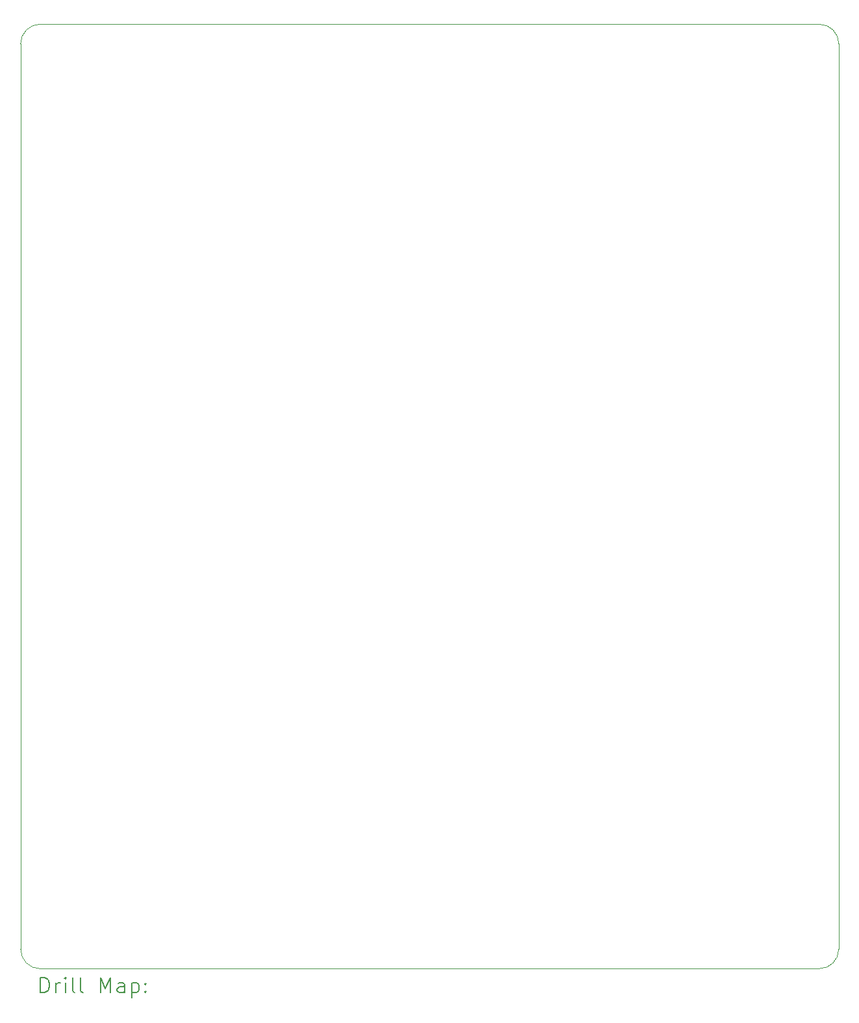
<source format=gbr>
%TF.GenerationSoftware,KiCad,Pcbnew,8.0.7*%
%TF.CreationDate,2025-01-05T17:22:58+01:00*%
%TF.ProjectId,12VSupport,31325653-7570-4706-9f72-742e6b696361,1.1*%
%TF.SameCoordinates,Original*%
%TF.FileFunction,Drillmap*%
%TF.FilePolarity,Positive*%
%FSLAX45Y45*%
G04 Gerber Fmt 4.5, Leading zero omitted, Abs format (unit mm)*
G04 Created by KiCad (PCBNEW 8.0.7) date 2025-01-05 17:22:58*
%MOMM*%
%LPD*%
G01*
G04 APERTURE LIST*
%ADD10C,0.050000*%
%ADD11C,0.200000*%
G04 APERTURE END LIST*
D10*
X14605000Y-4191000D02*
X4445000Y-4191000D01*
X4191000Y-4445000D02*
G75*
G02*
X4445000Y-4191000I254000J0D01*
G01*
X4191000Y-4445000D02*
X4191000Y-16256000D01*
X14859000Y-16256000D02*
G75*
G02*
X14605000Y-16510000I-254000J0D01*
G01*
X14859000Y-16256000D02*
X14859000Y-4445000D01*
X4445000Y-16510000D02*
G75*
G02*
X4191000Y-16256000I0J254000D01*
G01*
X14605000Y-4191000D02*
G75*
G02*
X14859000Y-4445000I0J-254000D01*
G01*
X4445000Y-16510000D02*
X14605000Y-16510000D01*
D11*
X4449277Y-16823984D02*
X4449277Y-16623984D01*
X4449277Y-16623984D02*
X4496896Y-16623984D01*
X4496896Y-16623984D02*
X4525467Y-16633508D01*
X4525467Y-16633508D02*
X4544515Y-16652555D01*
X4544515Y-16652555D02*
X4554039Y-16671603D01*
X4554039Y-16671603D02*
X4563563Y-16709698D01*
X4563563Y-16709698D02*
X4563563Y-16738269D01*
X4563563Y-16738269D02*
X4554039Y-16776365D01*
X4554039Y-16776365D02*
X4544515Y-16795412D01*
X4544515Y-16795412D02*
X4525467Y-16814460D01*
X4525467Y-16814460D02*
X4496896Y-16823984D01*
X4496896Y-16823984D02*
X4449277Y-16823984D01*
X4649277Y-16823984D02*
X4649277Y-16690650D01*
X4649277Y-16728746D02*
X4658801Y-16709698D01*
X4658801Y-16709698D02*
X4668324Y-16700174D01*
X4668324Y-16700174D02*
X4687372Y-16690650D01*
X4687372Y-16690650D02*
X4706420Y-16690650D01*
X4773086Y-16823984D02*
X4773086Y-16690650D01*
X4773086Y-16623984D02*
X4763563Y-16633508D01*
X4763563Y-16633508D02*
X4773086Y-16643031D01*
X4773086Y-16643031D02*
X4782610Y-16633508D01*
X4782610Y-16633508D02*
X4773086Y-16623984D01*
X4773086Y-16623984D02*
X4773086Y-16643031D01*
X4896896Y-16823984D02*
X4877848Y-16814460D01*
X4877848Y-16814460D02*
X4868324Y-16795412D01*
X4868324Y-16795412D02*
X4868324Y-16623984D01*
X5001658Y-16823984D02*
X4982610Y-16814460D01*
X4982610Y-16814460D02*
X4973086Y-16795412D01*
X4973086Y-16795412D02*
X4973086Y-16623984D01*
X5230229Y-16823984D02*
X5230229Y-16623984D01*
X5230229Y-16623984D02*
X5296896Y-16766841D01*
X5296896Y-16766841D02*
X5363563Y-16623984D01*
X5363563Y-16623984D02*
X5363563Y-16823984D01*
X5544515Y-16823984D02*
X5544515Y-16719222D01*
X5544515Y-16719222D02*
X5534991Y-16700174D01*
X5534991Y-16700174D02*
X5515944Y-16690650D01*
X5515944Y-16690650D02*
X5477848Y-16690650D01*
X5477848Y-16690650D02*
X5458801Y-16700174D01*
X5544515Y-16814460D02*
X5525467Y-16823984D01*
X5525467Y-16823984D02*
X5477848Y-16823984D01*
X5477848Y-16823984D02*
X5458801Y-16814460D01*
X5458801Y-16814460D02*
X5449277Y-16795412D01*
X5449277Y-16795412D02*
X5449277Y-16776365D01*
X5449277Y-16776365D02*
X5458801Y-16757317D01*
X5458801Y-16757317D02*
X5477848Y-16747793D01*
X5477848Y-16747793D02*
X5525467Y-16747793D01*
X5525467Y-16747793D02*
X5544515Y-16738269D01*
X5639753Y-16690650D02*
X5639753Y-16890650D01*
X5639753Y-16700174D02*
X5658801Y-16690650D01*
X5658801Y-16690650D02*
X5696896Y-16690650D01*
X5696896Y-16690650D02*
X5715943Y-16700174D01*
X5715943Y-16700174D02*
X5725467Y-16709698D01*
X5725467Y-16709698D02*
X5734991Y-16728746D01*
X5734991Y-16728746D02*
X5734991Y-16785889D01*
X5734991Y-16785889D02*
X5725467Y-16804936D01*
X5725467Y-16804936D02*
X5715943Y-16814460D01*
X5715943Y-16814460D02*
X5696896Y-16823984D01*
X5696896Y-16823984D02*
X5658801Y-16823984D01*
X5658801Y-16823984D02*
X5639753Y-16814460D01*
X5820705Y-16804936D02*
X5830229Y-16814460D01*
X5830229Y-16814460D02*
X5820705Y-16823984D01*
X5820705Y-16823984D02*
X5811182Y-16814460D01*
X5811182Y-16814460D02*
X5820705Y-16804936D01*
X5820705Y-16804936D02*
X5820705Y-16823984D01*
X5820705Y-16700174D02*
X5830229Y-16709698D01*
X5830229Y-16709698D02*
X5820705Y-16719222D01*
X5820705Y-16719222D02*
X5811182Y-16709698D01*
X5811182Y-16709698D02*
X5820705Y-16700174D01*
X5820705Y-16700174D02*
X5820705Y-16719222D01*
M02*

</source>
